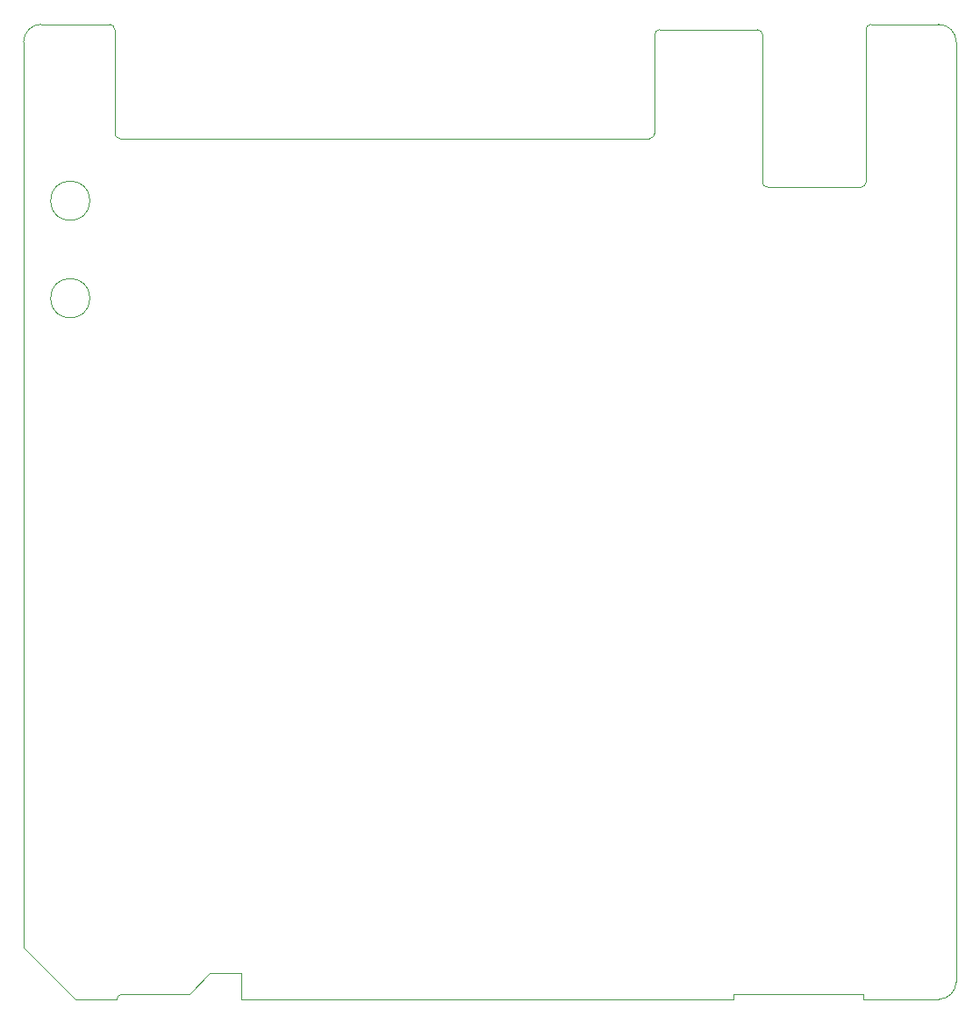
<source format=gm1>
G04 #@! TF.GenerationSoftware,KiCad,Pcbnew,(5.1.8)-1*
G04 #@! TF.CreationDate,2021-11-04T15:09:09+01:00*
G04 #@! TF.ProjectId,Greaseweazle FA1,47726561-7365-4776-9561-7a6c65204641,rev?*
G04 #@! TF.SameCoordinates,Original*
G04 #@! TF.FileFunction,Profile,NP*
%FSLAX46Y46*%
G04 Gerber Fmt 4.6, Leading zero omitted, Abs format (unit mm)*
G04 Created by KiCad (PCBNEW (5.1.8)-1) date 2021-11-04 15:09:09*
%MOMM*%
%LPD*%
G01*
G04 APERTURE LIST*
G04 #@! TA.AperFunction,Profile*
%ADD10C,0.050000*%
G04 #@! TD*
G04 APERTURE END LIST*
D10*
X188800000Y-70700000D02*
X179800000Y-70700000D01*
X189300000Y-55500000D02*
X189300000Y-70200000D01*
X189300000Y-70200000D02*
G75*
G02*
X188800000Y-70700000I-500000J0D01*
G01*
X179300000Y-70200000D02*
X179300000Y-56000000D01*
X179800000Y-70700000D02*
G75*
G02*
X179300000Y-70200000I0J500000D01*
G01*
X178800000Y-55500000D02*
G75*
G02*
X179300000Y-56000000I0J-500000D01*
G01*
X168900000Y-56000000D02*
G75*
G02*
X169400000Y-55500000I500000J0D01*
G01*
X168900000Y-56000000D02*
X168900000Y-65500000D01*
X178800000Y-55500000D02*
X169400000Y-55500000D01*
X168900000Y-65500000D02*
G75*
G02*
X168400000Y-66000000I-500000J0D01*
G01*
X117300000Y-66000000D02*
G75*
G02*
X116800000Y-65500000I0J500000D01*
G01*
X117300000Y-66000000D02*
X168400000Y-66000000D01*
X114400000Y-81407000D02*
G75*
G03*
X114400000Y-81407000I-1900000J0D01*
G01*
X114400000Y-72009000D02*
G75*
G03*
X114400000Y-72009000I-1900000J0D01*
G01*
X198000000Y-147300000D02*
G75*
G02*
X196300000Y-149000000I-1700000J0D01*
G01*
X196300000Y-55000000D02*
G75*
G02*
X198000000Y-56700000I0J-1700000D01*
G01*
X176500000Y-148500000D02*
X185000000Y-148500000D01*
X176500000Y-149000000D02*
X176500000Y-148500000D01*
X189000000Y-149000000D02*
X196300000Y-149000000D01*
X189000000Y-148500000D02*
X185000000Y-148500000D01*
X189000000Y-149000000D02*
X189000000Y-148500000D01*
X117000000Y-149000000D02*
X113000000Y-149000000D01*
X129000000Y-146500000D02*
X129000000Y-149000000D01*
X117000000Y-149000000D02*
G75*
G02*
X117500000Y-148500000I500000J0D01*
G01*
X126000000Y-146500000D02*
X129000000Y-146500000D01*
X124000000Y-148500000D02*
X126000000Y-146500000D01*
X117500000Y-148500000D02*
X124000000Y-148500000D01*
X113000000Y-149000000D02*
X108000000Y-144000000D01*
X189300000Y-55500000D02*
G75*
G02*
X189800000Y-55000000I500000J0D01*
G01*
X116300000Y-55000000D02*
G75*
G02*
X116800000Y-55500000I0J-500000D01*
G01*
X109700000Y-55000000D02*
X116300000Y-55000000D01*
X116800000Y-55500000D02*
X116800000Y-65500000D01*
X108000000Y-56700000D02*
G75*
G02*
X109700000Y-55000000I1700000J0D01*
G01*
X108000000Y-144000000D02*
X108000000Y-56700000D01*
X176500000Y-149000000D02*
X129000000Y-149000000D01*
X198000000Y-56700000D02*
X198000000Y-147300000D01*
X189800000Y-55000000D02*
X196300000Y-55000000D01*
M02*

</source>
